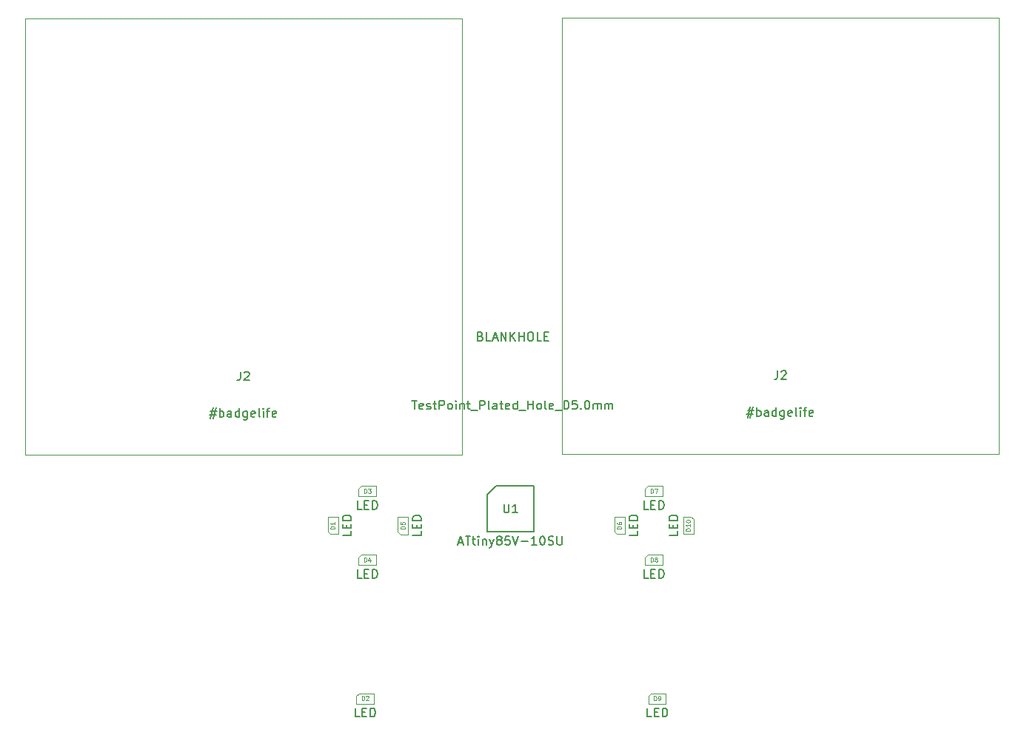
<source format=gbr>
G04 #@! TF.GenerationSoftware,KiCad,Pcbnew,(5.0.0)*
G04 #@! TF.CreationDate,2018-11-20T12:56:54-05:00*
G04 #@! TF.ProjectId,BsidesRock2019,427369646573526F636B323031392E6B,rev?*
G04 #@! TF.SameCoordinates,Original*
G04 #@! TF.FileFunction,Other,Fab,Top*
%FSLAX46Y46*%
G04 Gerber Fmt 4.6, Leading zero omitted, Abs format (unit mm)*
G04 Created by KiCad (PCBNEW (5.0.0)) date 11/20/18 12:56:54*
%MOMM*%
%LPD*%
G01*
G04 APERTURE LIST*
%ADD10C,0.150000*%
%ADD11C,0.100000*%
%ADD12C,0.080000*%
G04 APERTURE END LIST*
D10*
G04 #@! TO.C,U1*
X144400000Y-55008000D02*
X148700000Y-55008000D01*
X148700000Y-55008000D02*
X148700000Y-60308000D01*
X148700000Y-60308000D02*
X143400000Y-60308000D01*
X143400000Y-60308000D02*
X143400000Y-56008000D01*
X143400000Y-56008000D02*
X144400000Y-55008000D01*
D11*
G04 #@! TO.C,D8*
X163433000Y-64100000D02*
X163433000Y-62900000D01*
X161433000Y-64100000D02*
X163433000Y-64100000D01*
X161433000Y-63200000D02*
X161433000Y-64100000D01*
X161733000Y-62900000D02*
X161433000Y-63200000D01*
X163433000Y-62900000D02*
X161733000Y-62900000D01*
G04 #@! TO.C,D1*
X125130000Y-58563000D02*
X125130000Y-60263000D01*
X125130000Y-60263000D02*
X125430000Y-60563000D01*
X125430000Y-60563000D02*
X126330000Y-60563000D01*
X126330000Y-60563000D02*
X126330000Y-58563000D01*
X126330000Y-58563000D02*
X125130000Y-58563000D01*
G04 #@! TO.C,D3*
X130667000Y-56226000D02*
X130667000Y-55026000D01*
X128667000Y-56226000D02*
X130667000Y-56226000D01*
X128667000Y-55326000D02*
X128667000Y-56226000D01*
X128967000Y-55026000D02*
X128667000Y-55326000D01*
X130667000Y-55026000D02*
X128967000Y-55026000D01*
G04 #@! TO.C,D4*
X130667000Y-62900000D02*
X128967000Y-62900000D01*
X128967000Y-62900000D02*
X128667000Y-63200000D01*
X128667000Y-63200000D02*
X128667000Y-64100000D01*
X128667000Y-64100000D02*
X130667000Y-64100000D01*
X130667000Y-64100000D02*
X130667000Y-62900000D01*
G04 #@! TO.C,D5*
X134331000Y-58572000D02*
X133131000Y-58572000D01*
X134331000Y-60572000D02*
X134331000Y-58572000D01*
X133431000Y-60572000D02*
X134331000Y-60572000D01*
X133131000Y-60272000D02*
X133431000Y-60572000D01*
X133131000Y-58572000D02*
X133131000Y-60272000D01*
G04 #@! TO.C,D6*
X157896000Y-58563000D02*
X157896000Y-60263000D01*
X157896000Y-60263000D02*
X158196000Y-60563000D01*
X158196000Y-60563000D02*
X159096000Y-60563000D01*
X159096000Y-60563000D02*
X159096000Y-58563000D01*
X159096000Y-58563000D02*
X157896000Y-58563000D01*
G04 #@! TO.C,D7*
X163433000Y-56226000D02*
X163433000Y-55026000D01*
X161433000Y-56226000D02*
X163433000Y-56226000D01*
X161433000Y-55326000D02*
X161433000Y-56226000D01*
X161733000Y-55026000D02*
X161433000Y-55326000D01*
X163433000Y-55026000D02*
X161733000Y-55026000D01*
G04 #@! TO.C,D10*
X166970000Y-60563000D02*
X166970000Y-58863000D01*
X166970000Y-58863000D02*
X166670000Y-58563000D01*
X166670000Y-58563000D02*
X165770000Y-58563000D01*
X165770000Y-58563000D02*
X165770000Y-60563000D01*
X165770000Y-60563000D02*
X166970000Y-60563000D01*
G04 #@! TO.C,D9*
X163814000Y-79975000D02*
X163814000Y-78775000D01*
X161814000Y-79975000D02*
X163814000Y-79975000D01*
X161814000Y-79075000D02*
X161814000Y-79975000D01*
X162114000Y-78775000D02*
X161814000Y-79075000D01*
X163814000Y-78775000D02*
X162114000Y-78775000D01*
G04 #@! TO.C,D2*
X130413000Y-78775000D02*
X128713000Y-78775000D01*
X128713000Y-78775000D02*
X128413000Y-79075000D01*
X128413000Y-79075000D02*
X128413000Y-79975000D01*
X128413000Y-79975000D02*
X130413000Y-79975000D01*
X130413000Y-79975000D02*
X130413000Y-78775000D01*
G04 #@! TO.C,J2*
X90500000Y-1500000D02*
X140500000Y-1500000D01*
X140500000Y-1500000D02*
X140500000Y-51500000D01*
X90500000Y-1500000D02*
X90500000Y-51500000D01*
X90500000Y-51500000D02*
X140500000Y-51500000D01*
X151900000Y-1400000D02*
X201900000Y-1400000D01*
X201900000Y-1400000D02*
X201900000Y-51400000D01*
X151900000Y-1400000D02*
X151900000Y-51400000D01*
X151900000Y-51400000D02*
X201900000Y-51400000D01*
G04 #@! TD*
G04 #@! TO.C,U1*
D10*
X140121428Y-61504666D02*
X140597619Y-61504666D01*
X140026190Y-61790380D02*
X140359523Y-60790380D01*
X140692857Y-61790380D01*
X140883333Y-60790380D02*
X141454761Y-60790380D01*
X141169047Y-61790380D02*
X141169047Y-60790380D01*
X141645238Y-61123714D02*
X142026190Y-61123714D01*
X141788095Y-60790380D02*
X141788095Y-61647523D01*
X141835714Y-61742761D01*
X141930952Y-61790380D01*
X142026190Y-61790380D01*
X142359523Y-61790380D02*
X142359523Y-61123714D01*
X142359523Y-60790380D02*
X142311904Y-60838000D01*
X142359523Y-60885619D01*
X142407142Y-60838000D01*
X142359523Y-60790380D01*
X142359523Y-60885619D01*
X142835714Y-61123714D02*
X142835714Y-61790380D01*
X142835714Y-61218952D02*
X142883333Y-61171333D01*
X142978571Y-61123714D01*
X143121428Y-61123714D01*
X143216666Y-61171333D01*
X143264285Y-61266571D01*
X143264285Y-61790380D01*
X143645238Y-61123714D02*
X143883333Y-61790380D01*
X144121428Y-61123714D02*
X143883333Y-61790380D01*
X143788095Y-62028476D01*
X143740476Y-62076095D01*
X143645238Y-62123714D01*
X144645238Y-61218952D02*
X144550000Y-61171333D01*
X144502380Y-61123714D01*
X144454761Y-61028476D01*
X144454761Y-60980857D01*
X144502380Y-60885619D01*
X144550000Y-60838000D01*
X144645238Y-60790380D01*
X144835714Y-60790380D01*
X144930952Y-60838000D01*
X144978571Y-60885619D01*
X145026190Y-60980857D01*
X145026190Y-61028476D01*
X144978571Y-61123714D01*
X144930952Y-61171333D01*
X144835714Y-61218952D01*
X144645238Y-61218952D01*
X144550000Y-61266571D01*
X144502380Y-61314190D01*
X144454761Y-61409428D01*
X144454761Y-61599904D01*
X144502380Y-61695142D01*
X144550000Y-61742761D01*
X144645238Y-61790380D01*
X144835714Y-61790380D01*
X144930952Y-61742761D01*
X144978571Y-61695142D01*
X145026190Y-61599904D01*
X145026190Y-61409428D01*
X144978571Y-61314190D01*
X144930952Y-61266571D01*
X144835714Y-61218952D01*
X145930952Y-60790380D02*
X145454761Y-60790380D01*
X145407142Y-61266571D01*
X145454761Y-61218952D01*
X145550000Y-61171333D01*
X145788095Y-61171333D01*
X145883333Y-61218952D01*
X145930952Y-61266571D01*
X145978571Y-61361809D01*
X145978571Y-61599904D01*
X145930952Y-61695142D01*
X145883333Y-61742761D01*
X145788095Y-61790380D01*
X145550000Y-61790380D01*
X145454761Y-61742761D01*
X145407142Y-61695142D01*
X146264285Y-60790380D02*
X146597619Y-61790380D01*
X146930952Y-60790380D01*
X147264285Y-61409428D02*
X148026190Y-61409428D01*
X149026190Y-61790380D02*
X148454761Y-61790380D01*
X148740476Y-61790380D02*
X148740476Y-60790380D01*
X148645238Y-60933238D01*
X148550000Y-61028476D01*
X148454761Y-61076095D01*
X149645238Y-60790380D02*
X149740476Y-60790380D01*
X149835714Y-60838000D01*
X149883333Y-60885619D01*
X149930952Y-60980857D01*
X149978571Y-61171333D01*
X149978571Y-61409428D01*
X149930952Y-61599904D01*
X149883333Y-61695142D01*
X149835714Y-61742761D01*
X149740476Y-61790380D01*
X149645238Y-61790380D01*
X149550000Y-61742761D01*
X149502380Y-61695142D01*
X149454761Y-61599904D01*
X149407142Y-61409428D01*
X149407142Y-61171333D01*
X149454761Y-60980857D01*
X149502380Y-60885619D01*
X149550000Y-60838000D01*
X149645238Y-60790380D01*
X150359523Y-61742761D02*
X150502380Y-61790380D01*
X150740476Y-61790380D01*
X150835714Y-61742761D01*
X150883333Y-61695142D01*
X150930952Y-61599904D01*
X150930952Y-61504666D01*
X150883333Y-61409428D01*
X150835714Y-61361809D01*
X150740476Y-61314190D01*
X150550000Y-61266571D01*
X150454761Y-61218952D01*
X150407142Y-61171333D01*
X150359523Y-61076095D01*
X150359523Y-60980857D01*
X150407142Y-60885619D01*
X150454761Y-60838000D01*
X150550000Y-60790380D01*
X150788095Y-60790380D01*
X150930952Y-60838000D01*
X151359523Y-60790380D02*
X151359523Y-61599904D01*
X151407142Y-61695142D01*
X151454761Y-61742761D01*
X151550000Y-61790380D01*
X151740476Y-61790380D01*
X151835714Y-61742761D01*
X151883333Y-61695142D01*
X151930952Y-61599904D01*
X151930952Y-60790380D01*
X145288095Y-57110380D02*
X145288095Y-57919904D01*
X145335714Y-58015142D01*
X145383333Y-58062761D01*
X145478571Y-58110380D01*
X145669047Y-58110380D01*
X145764285Y-58062761D01*
X145811904Y-58015142D01*
X145859523Y-57919904D01*
X145859523Y-57110380D01*
X146859523Y-58110380D02*
X146288095Y-58110380D01*
X146573809Y-58110380D02*
X146573809Y-57110380D01*
X146478571Y-57253238D01*
X146383333Y-57348476D01*
X146288095Y-57396095D01*
G04 #@! TO.C,D8*
X161790142Y-65602380D02*
X161313952Y-65602380D01*
X161313952Y-64602380D01*
X162123476Y-65078571D02*
X162456809Y-65078571D01*
X162599666Y-65602380D02*
X162123476Y-65602380D01*
X162123476Y-64602380D01*
X162599666Y-64602380D01*
X163028238Y-65602380D02*
X163028238Y-64602380D01*
X163266333Y-64602380D01*
X163409190Y-64650000D01*
X163504428Y-64745238D01*
X163552047Y-64840476D01*
X163599666Y-65030952D01*
X163599666Y-65173809D01*
X163552047Y-65364285D01*
X163504428Y-65459523D01*
X163409190Y-65554761D01*
X163266333Y-65602380D01*
X163028238Y-65602380D01*
D12*
X162063952Y-63726190D02*
X162063952Y-63226190D01*
X162183000Y-63226190D01*
X162254428Y-63250000D01*
X162302047Y-63297619D01*
X162325857Y-63345238D01*
X162349666Y-63440476D01*
X162349666Y-63511904D01*
X162325857Y-63607142D01*
X162302047Y-63654761D01*
X162254428Y-63702380D01*
X162183000Y-63726190D01*
X162063952Y-63726190D01*
X162635380Y-63440476D02*
X162587761Y-63416666D01*
X162563952Y-63392857D01*
X162540142Y-63345238D01*
X162540142Y-63321428D01*
X162563952Y-63273809D01*
X162587761Y-63250000D01*
X162635380Y-63226190D01*
X162730619Y-63226190D01*
X162778238Y-63250000D01*
X162802047Y-63273809D01*
X162825857Y-63321428D01*
X162825857Y-63345238D01*
X162802047Y-63392857D01*
X162778238Y-63416666D01*
X162730619Y-63440476D01*
X162635380Y-63440476D01*
X162587761Y-63464285D01*
X162563952Y-63488095D01*
X162540142Y-63535714D01*
X162540142Y-63630952D01*
X162563952Y-63678571D01*
X162587761Y-63702380D01*
X162635380Y-63726190D01*
X162730619Y-63726190D01*
X162778238Y-63702380D01*
X162802047Y-63678571D01*
X162825857Y-63630952D01*
X162825857Y-63535714D01*
X162802047Y-63488095D01*
X162778238Y-63464285D01*
X162730619Y-63440476D01*
G04 #@! TO.C,D1*
D10*
X127832380Y-60205857D02*
X127832380Y-60682047D01*
X126832380Y-60682047D01*
X127308571Y-59872523D02*
X127308571Y-59539190D01*
X127832380Y-59396333D02*
X127832380Y-59872523D01*
X126832380Y-59872523D01*
X126832380Y-59396333D01*
X127832380Y-58967761D02*
X126832380Y-58967761D01*
X126832380Y-58729666D01*
X126880000Y-58586809D01*
X126975238Y-58491571D01*
X127070476Y-58443952D01*
X127260952Y-58396333D01*
X127403809Y-58396333D01*
X127594285Y-58443952D01*
X127689523Y-58491571D01*
X127784761Y-58586809D01*
X127832380Y-58729666D01*
X127832380Y-58967761D01*
D12*
X125956190Y-59932047D02*
X125456190Y-59932047D01*
X125456190Y-59813000D01*
X125480000Y-59741571D01*
X125527619Y-59693952D01*
X125575238Y-59670142D01*
X125670476Y-59646333D01*
X125741904Y-59646333D01*
X125837142Y-59670142D01*
X125884761Y-59693952D01*
X125932380Y-59741571D01*
X125956190Y-59813000D01*
X125956190Y-59932047D01*
X125956190Y-59170142D02*
X125956190Y-59455857D01*
X125956190Y-59313000D02*
X125456190Y-59313000D01*
X125527619Y-59360619D01*
X125575238Y-59408238D01*
X125599047Y-59455857D01*
G04 #@! TO.C,D3*
D10*
X129024142Y-57728380D02*
X128547952Y-57728380D01*
X128547952Y-56728380D01*
X129357476Y-57204571D02*
X129690809Y-57204571D01*
X129833666Y-57728380D02*
X129357476Y-57728380D01*
X129357476Y-56728380D01*
X129833666Y-56728380D01*
X130262238Y-57728380D02*
X130262238Y-56728380D01*
X130500333Y-56728380D01*
X130643190Y-56776000D01*
X130738428Y-56871238D01*
X130786047Y-56966476D01*
X130833666Y-57156952D01*
X130833666Y-57299809D01*
X130786047Y-57490285D01*
X130738428Y-57585523D01*
X130643190Y-57680761D01*
X130500333Y-57728380D01*
X130262238Y-57728380D01*
D12*
X129297952Y-55852190D02*
X129297952Y-55352190D01*
X129417000Y-55352190D01*
X129488428Y-55376000D01*
X129536047Y-55423619D01*
X129559857Y-55471238D01*
X129583666Y-55566476D01*
X129583666Y-55637904D01*
X129559857Y-55733142D01*
X129536047Y-55780761D01*
X129488428Y-55828380D01*
X129417000Y-55852190D01*
X129297952Y-55852190D01*
X129750333Y-55352190D02*
X130059857Y-55352190D01*
X129893190Y-55542666D01*
X129964619Y-55542666D01*
X130012238Y-55566476D01*
X130036047Y-55590285D01*
X130059857Y-55637904D01*
X130059857Y-55756952D01*
X130036047Y-55804571D01*
X130012238Y-55828380D01*
X129964619Y-55852190D01*
X129821761Y-55852190D01*
X129774142Y-55828380D01*
X129750333Y-55804571D01*
G04 #@! TO.C,D4*
D10*
X129024142Y-65602380D02*
X128547952Y-65602380D01*
X128547952Y-64602380D01*
X129357476Y-65078571D02*
X129690809Y-65078571D01*
X129833666Y-65602380D02*
X129357476Y-65602380D01*
X129357476Y-64602380D01*
X129833666Y-64602380D01*
X130262238Y-65602380D02*
X130262238Y-64602380D01*
X130500333Y-64602380D01*
X130643190Y-64650000D01*
X130738428Y-64745238D01*
X130786047Y-64840476D01*
X130833666Y-65030952D01*
X130833666Y-65173809D01*
X130786047Y-65364285D01*
X130738428Y-65459523D01*
X130643190Y-65554761D01*
X130500333Y-65602380D01*
X130262238Y-65602380D01*
D12*
X129297952Y-63726190D02*
X129297952Y-63226190D01*
X129417000Y-63226190D01*
X129488428Y-63250000D01*
X129536047Y-63297619D01*
X129559857Y-63345238D01*
X129583666Y-63440476D01*
X129583666Y-63511904D01*
X129559857Y-63607142D01*
X129536047Y-63654761D01*
X129488428Y-63702380D01*
X129417000Y-63726190D01*
X129297952Y-63726190D01*
X130012238Y-63392857D02*
X130012238Y-63726190D01*
X129893190Y-63202380D02*
X129774142Y-63559523D01*
X130083666Y-63559523D01*
G04 #@! TO.C,D5*
D10*
X135833380Y-60214857D02*
X135833380Y-60691047D01*
X134833380Y-60691047D01*
X135309571Y-59881523D02*
X135309571Y-59548190D01*
X135833380Y-59405333D02*
X135833380Y-59881523D01*
X134833380Y-59881523D01*
X134833380Y-59405333D01*
X135833380Y-58976761D02*
X134833380Y-58976761D01*
X134833380Y-58738666D01*
X134881000Y-58595809D01*
X134976238Y-58500571D01*
X135071476Y-58452952D01*
X135261952Y-58405333D01*
X135404809Y-58405333D01*
X135595285Y-58452952D01*
X135690523Y-58500571D01*
X135785761Y-58595809D01*
X135833380Y-58738666D01*
X135833380Y-58976761D01*
D12*
X133957190Y-59941047D02*
X133457190Y-59941047D01*
X133457190Y-59822000D01*
X133481000Y-59750571D01*
X133528619Y-59702952D01*
X133576238Y-59679142D01*
X133671476Y-59655333D01*
X133742904Y-59655333D01*
X133838142Y-59679142D01*
X133885761Y-59702952D01*
X133933380Y-59750571D01*
X133957190Y-59822000D01*
X133957190Y-59941047D01*
X133457190Y-59202952D02*
X133457190Y-59441047D01*
X133695285Y-59464857D01*
X133671476Y-59441047D01*
X133647666Y-59393428D01*
X133647666Y-59274380D01*
X133671476Y-59226761D01*
X133695285Y-59202952D01*
X133742904Y-59179142D01*
X133861952Y-59179142D01*
X133909571Y-59202952D01*
X133933380Y-59226761D01*
X133957190Y-59274380D01*
X133957190Y-59393428D01*
X133933380Y-59441047D01*
X133909571Y-59464857D01*
G04 #@! TO.C,D6*
D10*
X160598380Y-60205857D02*
X160598380Y-60682047D01*
X159598380Y-60682047D01*
X160074571Y-59872523D02*
X160074571Y-59539190D01*
X160598380Y-59396333D02*
X160598380Y-59872523D01*
X159598380Y-59872523D01*
X159598380Y-59396333D01*
X160598380Y-58967761D02*
X159598380Y-58967761D01*
X159598380Y-58729666D01*
X159646000Y-58586809D01*
X159741238Y-58491571D01*
X159836476Y-58443952D01*
X160026952Y-58396333D01*
X160169809Y-58396333D01*
X160360285Y-58443952D01*
X160455523Y-58491571D01*
X160550761Y-58586809D01*
X160598380Y-58729666D01*
X160598380Y-58967761D01*
D12*
X158722190Y-59932047D02*
X158222190Y-59932047D01*
X158222190Y-59813000D01*
X158246000Y-59741571D01*
X158293619Y-59693952D01*
X158341238Y-59670142D01*
X158436476Y-59646333D01*
X158507904Y-59646333D01*
X158603142Y-59670142D01*
X158650761Y-59693952D01*
X158698380Y-59741571D01*
X158722190Y-59813000D01*
X158722190Y-59932047D01*
X158222190Y-59217761D02*
X158222190Y-59313000D01*
X158246000Y-59360619D01*
X158269809Y-59384428D01*
X158341238Y-59432047D01*
X158436476Y-59455857D01*
X158626952Y-59455857D01*
X158674571Y-59432047D01*
X158698380Y-59408238D01*
X158722190Y-59360619D01*
X158722190Y-59265380D01*
X158698380Y-59217761D01*
X158674571Y-59193952D01*
X158626952Y-59170142D01*
X158507904Y-59170142D01*
X158460285Y-59193952D01*
X158436476Y-59217761D01*
X158412666Y-59265380D01*
X158412666Y-59360619D01*
X158436476Y-59408238D01*
X158460285Y-59432047D01*
X158507904Y-59455857D01*
G04 #@! TO.C,D7*
D10*
X161790142Y-57728380D02*
X161313952Y-57728380D01*
X161313952Y-56728380D01*
X162123476Y-57204571D02*
X162456809Y-57204571D01*
X162599666Y-57728380D02*
X162123476Y-57728380D01*
X162123476Y-56728380D01*
X162599666Y-56728380D01*
X163028238Y-57728380D02*
X163028238Y-56728380D01*
X163266333Y-56728380D01*
X163409190Y-56776000D01*
X163504428Y-56871238D01*
X163552047Y-56966476D01*
X163599666Y-57156952D01*
X163599666Y-57299809D01*
X163552047Y-57490285D01*
X163504428Y-57585523D01*
X163409190Y-57680761D01*
X163266333Y-57728380D01*
X163028238Y-57728380D01*
D12*
X162063952Y-55852190D02*
X162063952Y-55352190D01*
X162183000Y-55352190D01*
X162254428Y-55376000D01*
X162302047Y-55423619D01*
X162325857Y-55471238D01*
X162349666Y-55566476D01*
X162349666Y-55637904D01*
X162325857Y-55733142D01*
X162302047Y-55780761D01*
X162254428Y-55828380D01*
X162183000Y-55852190D01*
X162063952Y-55852190D01*
X162516333Y-55352190D02*
X162849666Y-55352190D01*
X162635380Y-55852190D01*
G04 #@! TO.C,D10*
D10*
X165172380Y-60205857D02*
X165172380Y-60682047D01*
X164172380Y-60682047D01*
X164648571Y-59872523D02*
X164648571Y-59539190D01*
X165172380Y-59396333D02*
X165172380Y-59872523D01*
X164172380Y-59872523D01*
X164172380Y-59396333D01*
X165172380Y-58967761D02*
X164172380Y-58967761D01*
X164172380Y-58729666D01*
X164220000Y-58586809D01*
X164315238Y-58491571D01*
X164410476Y-58443952D01*
X164600952Y-58396333D01*
X164743809Y-58396333D01*
X164934285Y-58443952D01*
X165029523Y-58491571D01*
X165124761Y-58586809D01*
X165172380Y-58729666D01*
X165172380Y-58967761D01*
D12*
X166596190Y-60170142D02*
X166096190Y-60170142D01*
X166096190Y-60051095D01*
X166120000Y-59979666D01*
X166167619Y-59932047D01*
X166215238Y-59908238D01*
X166310476Y-59884428D01*
X166381904Y-59884428D01*
X166477142Y-59908238D01*
X166524761Y-59932047D01*
X166572380Y-59979666D01*
X166596190Y-60051095D01*
X166596190Y-60170142D01*
X166596190Y-59408238D02*
X166596190Y-59693952D01*
X166596190Y-59551095D02*
X166096190Y-59551095D01*
X166167619Y-59598714D01*
X166215238Y-59646333D01*
X166239047Y-59693952D01*
X166096190Y-59098714D02*
X166096190Y-59051095D01*
X166120000Y-59003476D01*
X166143809Y-58979666D01*
X166191428Y-58955857D01*
X166286666Y-58932047D01*
X166405714Y-58932047D01*
X166500952Y-58955857D01*
X166548571Y-58979666D01*
X166572380Y-59003476D01*
X166596190Y-59051095D01*
X166596190Y-59098714D01*
X166572380Y-59146333D01*
X166548571Y-59170142D01*
X166500952Y-59193952D01*
X166405714Y-59217761D01*
X166286666Y-59217761D01*
X166191428Y-59193952D01*
X166143809Y-59170142D01*
X166120000Y-59146333D01*
X166096190Y-59098714D01*
G04 #@! TO.C,D9*
D10*
X162171142Y-81477380D02*
X161694952Y-81477380D01*
X161694952Y-80477380D01*
X162504476Y-80953571D02*
X162837809Y-80953571D01*
X162980666Y-81477380D02*
X162504476Y-81477380D01*
X162504476Y-80477380D01*
X162980666Y-80477380D01*
X163409238Y-81477380D02*
X163409238Y-80477380D01*
X163647333Y-80477380D01*
X163790190Y-80525000D01*
X163885428Y-80620238D01*
X163933047Y-80715476D01*
X163980666Y-80905952D01*
X163980666Y-81048809D01*
X163933047Y-81239285D01*
X163885428Y-81334523D01*
X163790190Y-81429761D01*
X163647333Y-81477380D01*
X163409238Y-81477380D01*
D12*
X162444952Y-79601190D02*
X162444952Y-79101190D01*
X162564000Y-79101190D01*
X162635428Y-79125000D01*
X162683047Y-79172619D01*
X162706857Y-79220238D01*
X162730666Y-79315476D01*
X162730666Y-79386904D01*
X162706857Y-79482142D01*
X162683047Y-79529761D01*
X162635428Y-79577380D01*
X162564000Y-79601190D01*
X162444952Y-79601190D01*
X162968761Y-79601190D02*
X163064000Y-79601190D01*
X163111619Y-79577380D01*
X163135428Y-79553571D01*
X163183047Y-79482142D01*
X163206857Y-79386904D01*
X163206857Y-79196428D01*
X163183047Y-79148809D01*
X163159238Y-79125000D01*
X163111619Y-79101190D01*
X163016380Y-79101190D01*
X162968761Y-79125000D01*
X162944952Y-79148809D01*
X162921142Y-79196428D01*
X162921142Y-79315476D01*
X162944952Y-79363095D01*
X162968761Y-79386904D01*
X163016380Y-79410714D01*
X163111619Y-79410714D01*
X163159238Y-79386904D01*
X163183047Y-79363095D01*
X163206857Y-79315476D01*
G04 #@! TO.C,D2*
D10*
X128770142Y-81477380D02*
X128293952Y-81477380D01*
X128293952Y-80477380D01*
X129103476Y-80953571D02*
X129436809Y-80953571D01*
X129579666Y-81477380D02*
X129103476Y-81477380D01*
X129103476Y-80477380D01*
X129579666Y-80477380D01*
X130008238Y-81477380D02*
X130008238Y-80477380D01*
X130246333Y-80477380D01*
X130389190Y-80525000D01*
X130484428Y-80620238D01*
X130532047Y-80715476D01*
X130579666Y-80905952D01*
X130579666Y-81048809D01*
X130532047Y-81239285D01*
X130484428Y-81334523D01*
X130389190Y-81429761D01*
X130246333Y-81477380D01*
X130008238Y-81477380D01*
D12*
X129043952Y-79601190D02*
X129043952Y-79101190D01*
X129163000Y-79101190D01*
X129234428Y-79125000D01*
X129282047Y-79172619D01*
X129305857Y-79220238D01*
X129329666Y-79315476D01*
X129329666Y-79386904D01*
X129305857Y-79482142D01*
X129282047Y-79529761D01*
X129234428Y-79577380D01*
X129163000Y-79601190D01*
X129043952Y-79601190D01*
X129520142Y-79148809D02*
X129543952Y-79125000D01*
X129591571Y-79101190D01*
X129710619Y-79101190D01*
X129758238Y-79125000D01*
X129782047Y-79148809D01*
X129805857Y-79196428D01*
X129805857Y-79244047D01*
X129782047Y-79315476D01*
X129496333Y-79601190D01*
X129805857Y-79601190D01*
G04 #@! TO.C,J2*
D10*
X115166666Y-41952380D02*
X115166666Y-42666666D01*
X115119047Y-42809523D01*
X115023809Y-42904761D01*
X114880952Y-42952380D01*
X114785714Y-42952380D01*
X115595238Y-42047619D02*
X115642857Y-42000000D01*
X115738095Y-41952380D01*
X115976190Y-41952380D01*
X116071428Y-42000000D01*
X116119047Y-42047619D01*
X116166666Y-42142857D01*
X116166666Y-42238095D01*
X116119047Y-42380952D01*
X115547619Y-42952380D01*
X116166666Y-42952380D01*
X111738095Y-46485714D02*
X112452380Y-46485714D01*
X112023809Y-46057142D02*
X111738095Y-47342857D01*
X112357142Y-46914285D02*
X111642857Y-46914285D01*
X112071428Y-47342857D02*
X112357142Y-46057142D01*
X112785714Y-47152380D02*
X112785714Y-46152380D01*
X112785714Y-46533333D02*
X112880952Y-46485714D01*
X113071428Y-46485714D01*
X113166666Y-46533333D01*
X113214285Y-46580952D01*
X113261904Y-46676190D01*
X113261904Y-46961904D01*
X113214285Y-47057142D01*
X113166666Y-47104761D01*
X113071428Y-47152380D01*
X112880952Y-47152380D01*
X112785714Y-47104761D01*
X114119047Y-47152380D02*
X114119047Y-46628571D01*
X114071428Y-46533333D01*
X113976190Y-46485714D01*
X113785714Y-46485714D01*
X113690476Y-46533333D01*
X114119047Y-47104761D02*
X114023809Y-47152380D01*
X113785714Y-47152380D01*
X113690476Y-47104761D01*
X113642857Y-47009523D01*
X113642857Y-46914285D01*
X113690476Y-46819047D01*
X113785714Y-46771428D01*
X114023809Y-46771428D01*
X114119047Y-46723809D01*
X115023809Y-47152380D02*
X115023809Y-46152380D01*
X115023809Y-47104761D02*
X114928571Y-47152380D01*
X114738095Y-47152380D01*
X114642857Y-47104761D01*
X114595238Y-47057142D01*
X114547619Y-46961904D01*
X114547619Y-46676190D01*
X114595238Y-46580952D01*
X114642857Y-46533333D01*
X114738095Y-46485714D01*
X114928571Y-46485714D01*
X115023809Y-46533333D01*
X115928571Y-46485714D02*
X115928571Y-47295238D01*
X115880952Y-47390476D01*
X115833333Y-47438095D01*
X115738095Y-47485714D01*
X115595238Y-47485714D01*
X115500000Y-47438095D01*
X115928571Y-47104761D02*
X115833333Y-47152380D01*
X115642857Y-47152380D01*
X115547619Y-47104761D01*
X115500000Y-47057142D01*
X115452380Y-46961904D01*
X115452380Y-46676190D01*
X115500000Y-46580952D01*
X115547619Y-46533333D01*
X115642857Y-46485714D01*
X115833333Y-46485714D01*
X115928571Y-46533333D01*
X116785714Y-47104761D02*
X116690476Y-47152380D01*
X116500000Y-47152380D01*
X116404761Y-47104761D01*
X116357142Y-47009523D01*
X116357142Y-46628571D01*
X116404761Y-46533333D01*
X116500000Y-46485714D01*
X116690476Y-46485714D01*
X116785714Y-46533333D01*
X116833333Y-46628571D01*
X116833333Y-46723809D01*
X116357142Y-46819047D01*
X117404761Y-47152380D02*
X117309523Y-47104761D01*
X117261904Y-47009523D01*
X117261904Y-46152380D01*
X117785714Y-47152380D02*
X117785714Y-46485714D01*
X117785714Y-46152380D02*
X117738095Y-46200000D01*
X117785714Y-46247619D01*
X117833333Y-46200000D01*
X117785714Y-46152380D01*
X117785714Y-46247619D01*
X118119047Y-46485714D02*
X118500000Y-46485714D01*
X118261904Y-47152380D02*
X118261904Y-46295238D01*
X118309523Y-46200000D01*
X118404761Y-46152380D01*
X118500000Y-46152380D01*
X119214285Y-47104761D02*
X119119047Y-47152380D01*
X118928571Y-47152380D01*
X118833333Y-47104761D01*
X118785714Y-47009523D01*
X118785714Y-46628571D01*
X118833333Y-46533333D01*
X118928571Y-46485714D01*
X119119047Y-46485714D01*
X119214285Y-46533333D01*
X119261904Y-46628571D01*
X119261904Y-46723809D01*
X118785714Y-46819047D01*
X176566666Y-41852380D02*
X176566666Y-42566666D01*
X176519047Y-42709523D01*
X176423809Y-42804761D01*
X176280952Y-42852380D01*
X176185714Y-42852380D01*
X176995238Y-41947619D02*
X177042857Y-41900000D01*
X177138095Y-41852380D01*
X177376190Y-41852380D01*
X177471428Y-41900000D01*
X177519047Y-41947619D01*
X177566666Y-42042857D01*
X177566666Y-42138095D01*
X177519047Y-42280952D01*
X176947619Y-42852380D01*
X177566666Y-42852380D01*
X173138095Y-46385714D02*
X173852380Y-46385714D01*
X173423809Y-45957142D02*
X173138095Y-47242857D01*
X173757142Y-46814285D02*
X173042857Y-46814285D01*
X173471428Y-47242857D02*
X173757142Y-45957142D01*
X174185714Y-47052380D02*
X174185714Y-46052380D01*
X174185714Y-46433333D02*
X174280952Y-46385714D01*
X174471428Y-46385714D01*
X174566666Y-46433333D01*
X174614285Y-46480952D01*
X174661904Y-46576190D01*
X174661904Y-46861904D01*
X174614285Y-46957142D01*
X174566666Y-47004761D01*
X174471428Y-47052380D01*
X174280952Y-47052380D01*
X174185714Y-47004761D01*
X175519047Y-47052380D02*
X175519047Y-46528571D01*
X175471428Y-46433333D01*
X175376190Y-46385714D01*
X175185714Y-46385714D01*
X175090476Y-46433333D01*
X175519047Y-47004761D02*
X175423809Y-47052380D01*
X175185714Y-47052380D01*
X175090476Y-47004761D01*
X175042857Y-46909523D01*
X175042857Y-46814285D01*
X175090476Y-46719047D01*
X175185714Y-46671428D01*
X175423809Y-46671428D01*
X175519047Y-46623809D01*
X176423809Y-47052380D02*
X176423809Y-46052380D01*
X176423809Y-47004761D02*
X176328571Y-47052380D01*
X176138095Y-47052380D01*
X176042857Y-47004761D01*
X175995238Y-46957142D01*
X175947619Y-46861904D01*
X175947619Y-46576190D01*
X175995238Y-46480952D01*
X176042857Y-46433333D01*
X176138095Y-46385714D01*
X176328571Y-46385714D01*
X176423809Y-46433333D01*
X177328571Y-46385714D02*
X177328571Y-47195238D01*
X177280952Y-47290476D01*
X177233333Y-47338095D01*
X177138095Y-47385714D01*
X176995238Y-47385714D01*
X176900000Y-47338095D01*
X177328571Y-47004761D02*
X177233333Y-47052380D01*
X177042857Y-47052380D01*
X176947619Y-47004761D01*
X176900000Y-46957142D01*
X176852380Y-46861904D01*
X176852380Y-46576190D01*
X176900000Y-46480952D01*
X176947619Y-46433333D01*
X177042857Y-46385714D01*
X177233333Y-46385714D01*
X177328571Y-46433333D01*
X178185714Y-47004761D02*
X178090476Y-47052380D01*
X177900000Y-47052380D01*
X177804761Y-47004761D01*
X177757142Y-46909523D01*
X177757142Y-46528571D01*
X177804761Y-46433333D01*
X177900000Y-46385714D01*
X178090476Y-46385714D01*
X178185714Y-46433333D01*
X178233333Y-46528571D01*
X178233333Y-46623809D01*
X177757142Y-46719047D01*
X178804761Y-47052380D02*
X178709523Y-47004761D01*
X178661904Y-46909523D01*
X178661904Y-46052380D01*
X179185714Y-47052380D02*
X179185714Y-46385714D01*
X179185714Y-46052380D02*
X179138095Y-46100000D01*
X179185714Y-46147619D01*
X179233333Y-46100000D01*
X179185714Y-46052380D01*
X179185714Y-46147619D01*
X179519047Y-46385714D02*
X179900000Y-46385714D01*
X179661904Y-47052380D02*
X179661904Y-46195238D01*
X179709523Y-46100000D01*
X179804761Y-46052380D01*
X179900000Y-46052380D01*
X180614285Y-47004761D02*
X180519047Y-47052380D01*
X180328571Y-47052380D01*
X180233333Y-47004761D01*
X180185714Y-46909523D01*
X180185714Y-46528571D01*
X180233333Y-46433333D01*
X180328571Y-46385714D01*
X180519047Y-46385714D01*
X180614285Y-46433333D01*
X180661904Y-46528571D01*
X180661904Y-46623809D01*
X180185714Y-46719047D01*
G04 #@! TO.C,BLANKHOLE*
X134756380Y-45262380D02*
X135327809Y-45262380D01*
X135042095Y-46262380D02*
X135042095Y-45262380D01*
X136042095Y-46214761D02*
X135946857Y-46262380D01*
X135756380Y-46262380D01*
X135661142Y-46214761D01*
X135613523Y-46119523D01*
X135613523Y-45738571D01*
X135661142Y-45643333D01*
X135756380Y-45595714D01*
X135946857Y-45595714D01*
X136042095Y-45643333D01*
X136089714Y-45738571D01*
X136089714Y-45833809D01*
X135613523Y-45929047D01*
X136470666Y-46214761D02*
X136565904Y-46262380D01*
X136756380Y-46262380D01*
X136851619Y-46214761D01*
X136899238Y-46119523D01*
X136899238Y-46071904D01*
X136851619Y-45976666D01*
X136756380Y-45929047D01*
X136613523Y-45929047D01*
X136518285Y-45881428D01*
X136470666Y-45786190D01*
X136470666Y-45738571D01*
X136518285Y-45643333D01*
X136613523Y-45595714D01*
X136756380Y-45595714D01*
X136851619Y-45643333D01*
X137184952Y-45595714D02*
X137565904Y-45595714D01*
X137327809Y-45262380D02*
X137327809Y-46119523D01*
X137375428Y-46214761D01*
X137470666Y-46262380D01*
X137565904Y-46262380D01*
X137899238Y-46262380D02*
X137899238Y-45262380D01*
X138280190Y-45262380D01*
X138375428Y-45310000D01*
X138423047Y-45357619D01*
X138470666Y-45452857D01*
X138470666Y-45595714D01*
X138423047Y-45690952D01*
X138375428Y-45738571D01*
X138280190Y-45786190D01*
X137899238Y-45786190D01*
X139042095Y-46262380D02*
X138946857Y-46214761D01*
X138899238Y-46167142D01*
X138851619Y-46071904D01*
X138851619Y-45786190D01*
X138899238Y-45690952D01*
X138946857Y-45643333D01*
X139042095Y-45595714D01*
X139184952Y-45595714D01*
X139280190Y-45643333D01*
X139327809Y-45690952D01*
X139375428Y-45786190D01*
X139375428Y-46071904D01*
X139327809Y-46167142D01*
X139280190Y-46214761D01*
X139184952Y-46262380D01*
X139042095Y-46262380D01*
X139804000Y-46262380D02*
X139804000Y-45595714D01*
X139804000Y-45262380D02*
X139756380Y-45310000D01*
X139804000Y-45357619D01*
X139851619Y-45310000D01*
X139804000Y-45262380D01*
X139804000Y-45357619D01*
X140280190Y-45595714D02*
X140280190Y-46262380D01*
X140280190Y-45690952D02*
X140327809Y-45643333D01*
X140423047Y-45595714D01*
X140565904Y-45595714D01*
X140661142Y-45643333D01*
X140708761Y-45738571D01*
X140708761Y-46262380D01*
X141042095Y-45595714D02*
X141423047Y-45595714D01*
X141184952Y-45262380D02*
X141184952Y-46119523D01*
X141232571Y-46214761D01*
X141327809Y-46262380D01*
X141423047Y-46262380D01*
X141518285Y-46357619D02*
X142280190Y-46357619D01*
X142518285Y-46262380D02*
X142518285Y-45262380D01*
X142899238Y-45262380D01*
X142994476Y-45310000D01*
X143042095Y-45357619D01*
X143089714Y-45452857D01*
X143089714Y-45595714D01*
X143042095Y-45690952D01*
X142994476Y-45738571D01*
X142899238Y-45786190D01*
X142518285Y-45786190D01*
X143661142Y-46262380D02*
X143565904Y-46214761D01*
X143518285Y-46119523D01*
X143518285Y-45262380D01*
X144470666Y-46262380D02*
X144470666Y-45738571D01*
X144423047Y-45643333D01*
X144327809Y-45595714D01*
X144137333Y-45595714D01*
X144042095Y-45643333D01*
X144470666Y-46214761D02*
X144375428Y-46262380D01*
X144137333Y-46262380D01*
X144042095Y-46214761D01*
X143994476Y-46119523D01*
X143994476Y-46024285D01*
X144042095Y-45929047D01*
X144137333Y-45881428D01*
X144375428Y-45881428D01*
X144470666Y-45833809D01*
X144804000Y-45595714D02*
X145184952Y-45595714D01*
X144946857Y-45262380D02*
X144946857Y-46119523D01*
X144994476Y-46214761D01*
X145089714Y-46262380D01*
X145184952Y-46262380D01*
X145899238Y-46214761D02*
X145804000Y-46262380D01*
X145613523Y-46262380D01*
X145518285Y-46214761D01*
X145470666Y-46119523D01*
X145470666Y-45738571D01*
X145518285Y-45643333D01*
X145613523Y-45595714D01*
X145804000Y-45595714D01*
X145899238Y-45643333D01*
X145946857Y-45738571D01*
X145946857Y-45833809D01*
X145470666Y-45929047D01*
X146804000Y-46262380D02*
X146804000Y-45262380D01*
X146804000Y-46214761D02*
X146708761Y-46262380D01*
X146518285Y-46262380D01*
X146423047Y-46214761D01*
X146375428Y-46167142D01*
X146327809Y-46071904D01*
X146327809Y-45786190D01*
X146375428Y-45690952D01*
X146423047Y-45643333D01*
X146518285Y-45595714D01*
X146708761Y-45595714D01*
X146804000Y-45643333D01*
X147042095Y-46357619D02*
X147804000Y-46357619D01*
X148042095Y-46262380D02*
X148042095Y-45262380D01*
X148042095Y-45738571D02*
X148613523Y-45738571D01*
X148613523Y-46262380D02*
X148613523Y-45262380D01*
X149232571Y-46262380D02*
X149137333Y-46214761D01*
X149089714Y-46167142D01*
X149042095Y-46071904D01*
X149042095Y-45786190D01*
X149089714Y-45690952D01*
X149137333Y-45643333D01*
X149232571Y-45595714D01*
X149375428Y-45595714D01*
X149470666Y-45643333D01*
X149518285Y-45690952D01*
X149565904Y-45786190D01*
X149565904Y-46071904D01*
X149518285Y-46167142D01*
X149470666Y-46214761D01*
X149375428Y-46262380D01*
X149232571Y-46262380D01*
X150137333Y-46262380D02*
X150042095Y-46214761D01*
X149994476Y-46119523D01*
X149994476Y-45262380D01*
X150899238Y-46214761D02*
X150804000Y-46262380D01*
X150613523Y-46262380D01*
X150518285Y-46214761D01*
X150470666Y-46119523D01*
X150470666Y-45738571D01*
X150518285Y-45643333D01*
X150613523Y-45595714D01*
X150804000Y-45595714D01*
X150899238Y-45643333D01*
X150946857Y-45738571D01*
X150946857Y-45833809D01*
X150470666Y-45929047D01*
X151137333Y-46357619D02*
X151899238Y-46357619D01*
X152137333Y-46262380D02*
X152137333Y-45262380D01*
X152375428Y-45262380D01*
X152518285Y-45310000D01*
X152613523Y-45405238D01*
X152661142Y-45500476D01*
X152708761Y-45690952D01*
X152708761Y-45833809D01*
X152661142Y-46024285D01*
X152613523Y-46119523D01*
X152518285Y-46214761D01*
X152375428Y-46262380D01*
X152137333Y-46262380D01*
X153613523Y-45262380D02*
X153137333Y-45262380D01*
X153089714Y-45738571D01*
X153137333Y-45690952D01*
X153232571Y-45643333D01*
X153470666Y-45643333D01*
X153565904Y-45690952D01*
X153613523Y-45738571D01*
X153661142Y-45833809D01*
X153661142Y-46071904D01*
X153613523Y-46167142D01*
X153565904Y-46214761D01*
X153470666Y-46262380D01*
X153232571Y-46262380D01*
X153137333Y-46214761D01*
X153089714Y-46167142D01*
X154089714Y-46167142D02*
X154137333Y-46214761D01*
X154089714Y-46262380D01*
X154042095Y-46214761D01*
X154089714Y-46167142D01*
X154089714Y-46262380D01*
X154756380Y-45262380D02*
X154851619Y-45262380D01*
X154946857Y-45310000D01*
X154994476Y-45357619D01*
X155042095Y-45452857D01*
X155089714Y-45643333D01*
X155089714Y-45881428D01*
X155042095Y-46071904D01*
X154994476Y-46167142D01*
X154946857Y-46214761D01*
X154851619Y-46262380D01*
X154756380Y-46262380D01*
X154661142Y-46214761D01*
X154613523Y-46167142D01*
X154565904Y-46071904D01*
X154518285Y-45881428D01*
X154518285Y-45643333D01*
X154565904Y-45452857D01*
X154613523Y-45357619D01*
X154661142Y-45310000D01*
X154756380Y-45262380D01*
X155518285Y-46262380D02*
X155518285Y-45595714D01*
X155518285Y-45690952D02*
X155565904Y-45643333D01*
X155661142Y-45595714D01*
X155804000Y-45595714D01*
X155899238Y-45643333D01*
X155946857Y-45738571D01*
X155946857Y-46262380D01*
X155946857Y-45738571D02*
X155994476Y-45643333D01*
X156089714Y-45595714D01*
X156232571Y-45595714D01*
X156327809Y-45643333D01*
X156375428Y-45738571D01*
X156375428Y-46262380D01*
X156851619Y-46262380D02*
X156851619Y-45595714D01*
X156851619Y-45690952D02*
X156899238Y-45643333D01*
X156994476Y-45595714D01*
X157137333Y-45595714D01*
X157232571Y-45643333D01*
X157280190Y-45738571D01*
X157280190Y-46262380D01*
X157280190Y-45738571D02*
X157327809Y-45643333D01*
X157423047Y-45595714D01*
X157565904Y-45595714D01*
X157661142Y-45643333D01*
X157708761Y-45738571D01*
X157708761Y-46262380D01*
X142613523Y-37888571D02*
X142756380Y-37936190D01*
X142804000Y-37983809D01*
X142851619Y-38079047D01*
X142851619Y-38221904D01*
X142804000Y-38317142D01*
X142756380Y-38364761D01*
X142661142Y-38412380D01*
X142280190Y-38412380D01*
X142280190Y-37412380D01*
X142613523Y-37412380D01*
X142708761Y-37460000D01*
X142756380Y-37507619D01*
X142804000Y-37602857D01*
X142804000Y-37698095D01*
X142756380Y-37793333D01*
X142708761Y-37840952D01*
X142613523Y-37888571D01*
X142280190Y-37888571D01*
X143756380Y-38412380D02*
X143280190Y-38412380D01*
X143280190Y-37412380D01*
X144042095Y-38126666D02*
X144518285Y-38126666D01*
X143946857Y-38412380D02*
X144280190Y-37412380D01*
X144613523Y-38412380D01*
X144946857Y-38412380D02*
X144946857Y-37412380D01*
X145518285Y-38412380D01*
X145518285Y-37412380D01*
X145994476Y-38412380D02*
X145994476Y-37412380D01*
X146565904Y-38412380D02*
X146137333Y-37840952D01*
X146565904Y-37412380D02*
X145994476Y-37983809D01*
X146994476Y-38412380D02*
X146994476Y-37412380D01*
X146994476Y-37888571D02*
X147565904Y-37888571D01*
X147565904Y-38412380D02*
X147565904Y-37412380D01*
X148232571Y-37412380D02*
X148423047Y-37412380D01*
X148518285Y-37460000D01*
X148613523Y-37555238D01*
X148661142Y-37745714D01*
X148661142Y-38079047D01*
X148613523Y-38269523D01*
X148518285Y-38364761D01*
X148423047Y-38412380D01*
X148232571Y-38412380D01*
X148137333Y-38364761D01*
X148042095Y-38269523D01*
X147994476Y-38079047D01*
X147994476Y-37745714D01*
X148042095Y-37555238D01*
X148137333Y-37460000D01*
X148232571Y-37412380D01*
X149565904Y-38412380D02*
X149089714Y-38412380D01*
X149089714Y-37412380D01*
X149899238Y-37888571D02*
X150232571Y-37888571D01*
X150375428Y-38412380D02*
X149899238Y-38412380D01*
X149899238Y-37412380D01*
X150375428Y-37412380D01*
G04 #@! TD*
M02*

</source>
